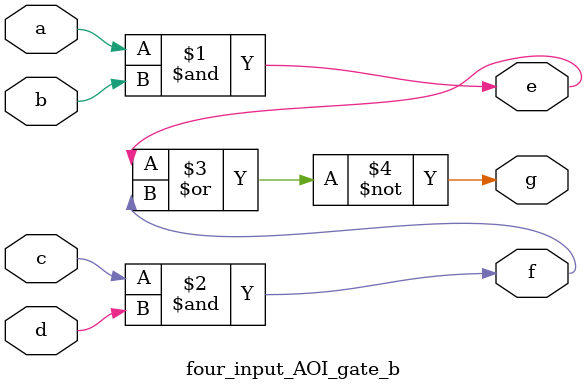
<source format=v>
`timescale 1ns / 1ps

module four_input_AOI_gate_b(
input a,
input b,
input c,
input d,
output e,
output f,
output g
    );
    
    assign e = a&b;
    assign f = c&d;
    assign g = ~(e|f);
endmodule

</source>
